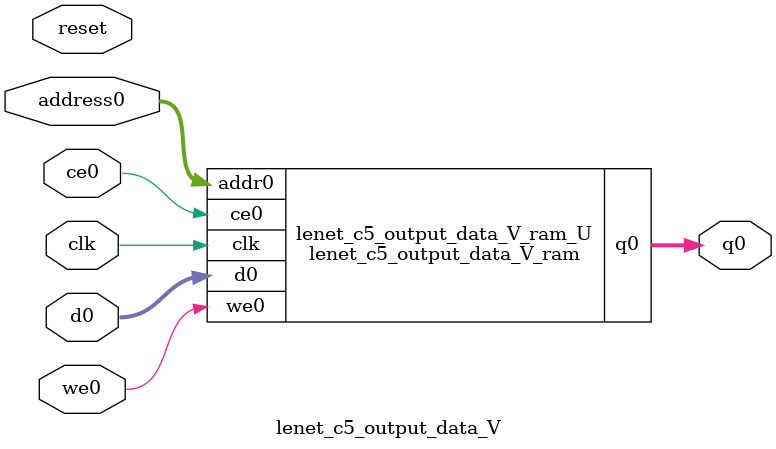
<source format=v>
`timescale 1 ns / 1 ps
module lenet_c5_output_data_V_ram (addr0, ce0, d0, we0, q0,  clk);

parameter DWIDTH = 16;
parameter AWIDTH = 7;
parameter MEM_SIZE = 120;

input[AWIDTH-1:0] addr0;
input ce0;
input[DWIDTH-1:0] d0;
input we0;
output reg[DWIDTH-1:0] q0;
input clk;

(* ram_style = "block" *)reg [DWIDTH-1:0] ram[0:MEM_SIZE-1];




always @(posedge clk)  
begin 
    if (ce0) 
    begin
        if (we0) 
        begin 
            ram[addr0] <= d0; 
        end 
        q0 <= ram[addr0];
    end
end


endmodule

`timescale 1 ns / 1 ps
module lenet_c5_output_data_V(
    reset,
    clk,
    address0,
    ce0,
    we0,
    d0,
    q0);

parameter DataWidth = 32'd16;
parameter AddressRange = 32'd120;
parameter AddressWidth = 32'd7;
input reset;
input clk;
input[AddressWidth - 1:0] address0;
input ce0;
input we0;
input[DataWidth - 1:0] d0;
output[DataWidth - 1:0] q0;



lenet_c5_output_data_V_ram lenet_c5_output_data_V_ram_U(
    .clk( clk ),
    .addr0( address0 ),
    .ce0( ce0 ),
    .we0( we0 ),
    .d0( d0 ),
    .q0( q0 ));

endmodule


</source>
